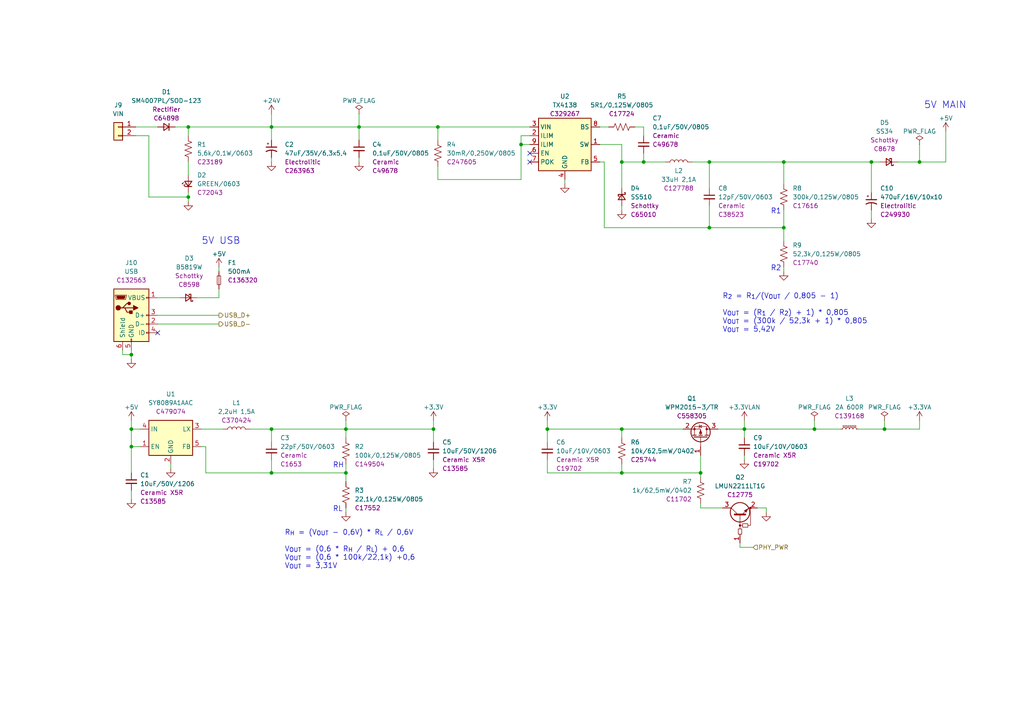
<source format=kicad_sch>
(kicad_sch (version 20230121) (generator eeschema)
  (paper "A4")
  (title_block (title "ESP 32x 24VDC Input 32x 24VDC Output Module") (date "2023-05-04") (rev "V1"))
  (lib_symbols
    (symbol "Connector:USB_B_Micro" (pin_names (offset 1.016))
      (property "Reference" "J" (at -5.08 11.43 0))
      (property "Value" "USB_B_Micro" (at -5.08 8.89 0))
      (symbol "USB_B_Micro_0_1"
        (rectangle (start -5.08 -7.62) (end 5.08 7.62) (stroke (width 0.254)) (fill (type background)))
        (circle (center -3.81 2.159) (radius 0.635) (stroke (width 0.254)) (fill (type outline)))
        (circle (center -0.635 3.429) (radius 0.381) (stroke (width 0.254)) (fill (type outline)))
        (rectangle (start -0.127 -7.62) (end 0.127 -6.858))
        (polyline (pts (xy -1.905 2.159) (xy 0.635 2.159)) (stroke (width 0.254)))
        (polyline (pts (xy -3.175 2.159) (xy -2.54 2.159) (xy -1.27 3.429) (xy -0.635 3.429)) (stroke (width 0.254)))
        (polyline (pts (xy -2.54 2.159) (xy -1.905 2.159) (xy -1.27 0.889) (xy 0 0.889)) (stroke (width 0.254)))
        (polyline (pts (xy 0.635 2.794) (xy 0.635 1.524) (xy 1.905 2.159) (xy 0.635 2.794)) (stroke (width 0.254)) (fill (type outline)))
        (polyline (pts (xy -4.318 5.588) (xy -1.778 5.588) (xy -2.032 4.826) (xy -4.064 4.826) (xy -4.318 5.588)) (fill (type outline)))
        (polyline (pts (xy -4.699 5.842) (xy -4.699 5.588) (xy -4.445 4.826) (xy -4.445 4.572) (xy -1.651 4.572) (xy -1.651 4.826) (xy -1.397 5.588) (xy -1.397 5.842) (xy -4.699 5.842)))
        (rectangle (start 0.254 1.27) (end -0.508 0.508) (stroke (width 0.254)) (fill (type outline)))
        (rectangle (start 5.08 -5.207) (end 4.318 -4.953))
        (rectangle (start 5.08 -2.667) (end 4.318 -2.413))
        (rectangle (start 5.08 -0.127) (end 4.318 0.127))
        (rectangle (start 5.08 4.953) (end 4.318 5.207))
      )
      (symbol "USB_B_Micro_1_1"
        (pin power_out line (at 7.62 5.08 180) (length 2.54) (name "VBUS") (number "1"))
        (pin bidirectional line (at 7.62 -2.54 180) (length 2.54) (name "D-") (number "2"))
        (pin bidirectional line (at 7.62 0 180) (length 2.54) (name "D+") (number "3"))
        (pin passive line (at 7.62 -5.08 180) (length 2.54) (name "ID") (number "4"))
        (pin power_out line (at 0 -10.16 90) (length 2.54) (name "GND") (number "5"))
        (pin passive line (at -2.54 -10.16 90) (length 2.54) (name "Shield") (number "6"))
      )
    )
    (symbol "Connector_Generic:Conn_01x02" (pin_names (offset 1.016) hide)
      (property "Reference" "J" (at 0 2.54 0))
      (property "Value" "Conn_01x02" (at 0 -5.08 0))
      (symbol "Conn_01x02_1_1"
        (rectangle (start -1.27 -2.413) (end 0 -2.667) (stroke (width 0.1524)))
        (rectangle (start -1.27 0.127) (end 0 -0.127) (stroke (width 0.1524)))
        (rectangle (start -1.27 1.27) (end 1.27 -3.81) (stroke (width 0.254)) (fill (type background)))
        (pin passive line (at -5.08 0 0) (length 3.81) (name "Pin_1") (number "1"))
        (pin passive line (at -5.08 -2.54 0) (length 3.81) (name "Pin_2") (number "2"))
      )
    )
    (symbol "Device:C_Polarized_Small_US" (pin_numbers hide) (pin_names (offset 0.254) hide)
      (property "Reference" "C" (at 0.254 1.778 0))
      (property "Value" "C_Polarized_Small_US" (at 0.254 -2.032 0))
      (symbol "C_Polarized_Small_US_0_1"
        (polyline (pts (xy -1.524 0.508) (xy 1.524 0.508)) (stroke (width 0.3048)))
        (polyline (pts (xy -1.27 1.524) (xy -0.762 1.524)))
        (polyline (pts (xy -1.016 1.27) (xy -1.016 1.778)))
        (arc (start 1.524 -0.762) (mid 0 -0.3734) (end -1.524 -0.762) (stroke (width 0.3048)))
      )
      (symbol "C_Polarized_Small_US_1_1"
        (pin passive line (at 0 2.54 270) (length 2.032) (name "~") (number "1"))
        (pin passive line (at 0 -2.54 90) (length 2.032) (name "~") (number "2"))
      )
    )
    (symbol "Device:C_Small" (pin_numbers hide) (pin_names (offset 0.254) hide)
      (property "Reference" "C" (at 0.254 1.778 0))
      (property "Value" "C_Small" (at 0.254 -2.032 0))
      (symbol "C_Small_0_1"
        (polyline (pts (xy -1.524 -0.508) (xy 1.524 -0.508)) (stroke (width 0.3302)))
        (polyline (pts (xy -1.524 0.508) (xy 1.524 0.508)) (stroke (width 0.3048)))
      )
      (symbol "C_Small_1_1"
        (pin passive line (at 0 2.54 270) (length 2.032) (name "~") (number "1"))
        (pin passive line (at 0 -2.54 90) (length 2.032) (name "~") (number "2"))
      )
    )
    (symbol "Device:D_Schottky_Small" (pin_numbers hide) (pin_names (offset 0.254) hide)
      (property "Reference" "D" (at -1.27 2.032 0))
      (property "Value" "D_Schottky_Small" (at -7.112 -2.032 0))
      (symbol "D_Schottky_Small_0_1"
        (polyline (pts (xy -0.762 0) (xy 0.762 0)))
        (polyline (pts (xy 0.762 -1.016) (xy -0.762 0) (xy 0.762 1.016) (xy 0.762 -1.016)) (stroke (width 0.254)))
        (polyline (pts (xy -1.27 0.762) (xy -1.27 1.016) (xy -0.762 1.016) (xy -0.762 -1.016) (xy -0.254 -1.016) (xy -0.254 -0.762)) (stroke (width 0.254)))
      )
      (symbol "D_Schottky_Small_1_1"
        (pin passive line (at -2.54 0 0) (length 1.778) (name "K") (number "1"))
        (pin passive line (at 2.54 0 180) (length 1.778) (name "A") (number "2"))
      )
    )
    (symbol "Device:D_Small" (pin_numbers hide) (pin_names (offset 0.254) hide)
      (property "Reference" "D" (at -1.27 2.032 0))
      (property "Value" "D_Small" (at -3.81 -2.032 0))
      (symbol "D_Small_0_1"
        (polyline (pts (xy -0.762 -1.016) (xy -0.762 1.016)) (stroke (width 0.254)))
        (polyline (pts (xy -0.762 0) (xy 0.762 0)))
        (polyline (pts (xy 0.762 -1.016) (xy -0.762 0) (xy 0.762 1.016) (xy 0.762 -1.016)) (stroke (width 0.254)))
      )
      (symbol "D_Small_1_1"
        (pin passive line (at -2.54 0 0) (length 1.778) (name "K") (number "1"))
        (pin passive line (at 2.54 0 180) (length 1.778) (name "A") (number "2"))
      )
    )
    (symbol "Device:Fuse_Small" (pin_numbers hide) (pin_names (offset 0.254) hide)
      (property "Reference" "F" (at 0 -1.524 0))
      (property "Value" "Fuse_Small" (at 0 1.524 0))
      (symbol "Fuse_Small_0_1"
        (rectangle (start -1.27 0.508) (end 1.27 -0.508))
        (polyline (pts (xy -1.27 0) (xy 1.27 0)))
      )
      (symbol "Fuse_Small_1_1"
        (pin passive line (at -2.54 0 0) (length 1.27) (name "~") (number "1"))
        (pin passive line (at 2.54 0 180) (length 1.27) (name "~") (number "2"))
      )
    )
    (symbol "Device:L" (pin_numbers hide) (pin_names (offset 1.016) hide)
      (property "Reference" "L" (at -1.27 0 90))
      (property "Value" "L" (at 1.905 0 90))
      (symbol "L_0_1"
        (arc (start 0 -2.54) (mid 0.6323 -1.905) (end 0 -1.27))
        (arc (start 0 -1.27) (mid 0.6323 -0.635) (end 0 0))
        (arc (start 0 0) (mid 0.6323 0.635) (end 0 1.27))
        (arc (start 0 1.27) (mid 0.6323 1.905) (end 0 2.54))
      )
      (symbol "L_1_1"
        (pin passive line (at 0 3.81 270) (length 1.27) (name "1") (number "1"))
        (pin passive line (at 0 -3.81 90) (length 1.27) (name "2") (number "2"))
      )
    )
    (symbol "Device:LED_Small" (pin_numbers hide) (pin_names (offset 0.254) hide)
      (property "Reference" "D" (at -1.27 3.175 0))
      (property "Value" "LED_Small" (at -4.445 -2.54 0))
      (symbol "LED_Small_0_1"
        (polyline (pts (xy -0.762 -1.016) (xy -0.762 1.016)) (stroke (width 0.254)))
        (polyline (pts (xy 1.016 0) (xy -0.762 0)))
        (polyline (pts (xy 0.762 -1.016) (xy -0.762 0) (xy 0.762 1.016) (xy 0.762 -1.016)) (stroke (width 0.254)))
        (polyline (pts (xy 0 0.762) (xy -0.508 1.27) (xy -0.254 1.27) (xy -0.508 1.27) (xy -0.508 1.016)))
        (polyline (pts (xy 0.508 1.27) (xy 0 1.778) (xy 0.254 1.778) (xy 0 1.778) (xy 0 1.524)))
      )
      (symbol "LED_Small_1_1"
        (pin passive line (at -2.54 0 0) (length 1.778) (name "K") (number "1"))
        (pin passive line (at 2.54 0 180) (length 1.778) (name "A") (number "2"))
      )
    )
    (symbol "Device:L_Ferrite_Small" (pin_numbers hide) (pin_names (offset 0.254) hide)
      (property "Reference" "L" (at 1.27 1.016 0))
      (property "Value" "L_Ferrite_Small" (at 1.27 -1.27 0))
      (symbol "L_Ferrite_Small_0_1"
        (arc (start 0 -2.032) (mid 0.5058 -1.524) (end 0 -1.016))
        (arc (start 0 -1.016) (mid 0.5058 -0.508) (end 0 0))
        (polyline (pts (xy 0.762 -1.905) (xy 0.762 -1.651)))
        (polyline (pts (xy 0.762 -1.397) (xy 0.762 -1.143)))
        (polyline (pts (xy 0.762 -0.889) (xy 0.762 -0.635)))
        (polyline (pts (xy 0.762 -0.381) (xy 0.762 -0.127)))
        (polyline (pts (xy 0.762 0.127) (xy 0.762 0.381)))
        (polyline (pts (xy 0.762 0.635) (xy 0.762 0.889)))
        (polyline (pts (xy 0.762 1.143) (xy 0.762 1.397)))
        (polyline (pts (xy 0.762 1.651) (xy 0.762 1.905)))
        (polyline (pts (xy 1.016 -1.651) (xy 1.016 -1.905)))
        (polyline (pts (xy 1.016 -1.143) (xy 1.016 -1.397)))
        (polyline (pts (xy 1.016 -0.635) (xy 1.016 -0.889)))
        (polyline (pts (xy 1.016 -0.127) (xy 1.016 -0.381)))
        (polyline (pts (xy 1.016 0.381) (xy 1.016 0.127)))
        (polyline (pts (xy 1.016 0.889) (xy 1.016 0.635)))
        (polyline (pts (xy 1.016 1.397) (xy 1.016 1.143)))
        (polyline (pts (xy 1.016 1.905) (xy 1.016 1.651)))
        (arc (start 0 0) (mid 0.5058 0.508) (end 0 1.016))
        (arc (start 0 1.016) (mid 0.5058 1.524) (end 0 2.032))
      )
      (symbol "L_Ferrite_Small_1_1"
        (pin passive line (at 0 2.54 270) (length 0.508) (name "~") (number "1"))
        (pin passive line (at 0 -2.54 90) (length 0.508) (name "~") (number "2"))
      )
    )
    (symbol "Device:Q_NPN_BEC_BRT" (pin_names hide)
      (property "Reference" "Q" (at 3.81 1.27 0))
      (property "Value" "Q_NPN_BEC_BRT" (at 3.81 -1.27 0))
      (symbol "Q_NPN_BEC_BRT_0_1"
        (rectangle (start -6.35 0.508) (end -4.826 -0.508))
        (rectangle (start -4.318 -2.286) (end -3.302 -0.762))
        (circle (center -3.81 0) (radius 0.254) (fill (type outline)))
        (polyline (pts (xy -3.81 -0.762) (xy -3.81 0)))
        (polyline (pts (xy -0.762 0) (xy -4.826 0)))
        (polyline (pts (xy -0.635 1.524) (xy -0.635 -1.524)) (stroke (width 0.508)))
        (polyline (pts (xy -3.81 -2.286) (xy -3.81 -3.048) (xy 1.27 -3.048)))
        (circle (center 1.27 -3.048) (radius 0.254) (fill (type outline)))
      )
      (symbol "Q_NPN_BEC_BRT_1_1"
        (polyline (pts (xy -0.635 0.635) (xy 1.27 2.54)))
        (polyline (pts (xy -0.635 -0.635) (xy 1.27 -2.54) (xy 1.27 -2.54)))
        (polyline (pts (xy 0 -1.778) (xy 0.508 -1.27) (xy 1.016 -2.286) (xy 0 -1.778) (xy 0 -1.778)) (fill (type outline)))
        (circle (center 0 0) (radius 2.8194) (stroke (width 0.254)))
        (pin input line (at -8.89 0 0) (length 2.54) (name "B") (number "1"))
        (pin passive line (at 1.27 -5.08 90) (length 2.54) (name "E") (number "2"))
        (pin passive line (at 1.27 5.08 270) (length 2.54) (name "C") (number "3"))
      )
    )
    (symbol "Device:Q_PMOS_GSD" (pin_names (offset 0) hide)
      (property "Reference" "Q" (at 5.08 1.27 0))
      (property "Value" "Q_PMOS_GSD" (at 5.08 -1.27 0))
      (symbol "Q_PMOS_GSD_0_1"
        (polyline (pts (xy 0.254 0) (xy -2.54 0)))
        (polyline (pts (xy 0.254 1.905) (xy 0.254 -1.905)) (stroke (width 0.254)))
        (polyline (pts (xy 0.762 -1.27) (xy 0.762 -2.286)) (stroke (width 0.254)))
        (polyline (pts (xy 0.762 0.508) (xy 0.762 -0.508)) (stroke (width 0.254)))
        (polyline (pts (xy 0.762 2.286) (xy 0.762 1.27)) (stroke (width 0.254)))
        (polyline (pts (xy 2.54 2.54) (xy 2.54 1.778)))
        (polyline (pts (xy 2.54 -2.54) (xy 2.54 0) (xy 0.762 0)))
        (polyline (pts (xy 0.762 1.778) (xy 3.302 1.778) (xy 3.302 -1.778) (xy 0.762 -1.778)))
        (polyline (pts (xy 2.286 0) (xy 1.27 0.381) (xy 1.27 -0.381) (xy 2.286 0)) (fill (type outline)))
        (polyline (pts (xy 2.794 -0.508) (xy 2.921 -0.381) (xy 3.683 -0.381) (xy 3.81 -0.254)))
        (polyline (pts (xy 3.302 -0.381) (xy 2.921 0.254) (xy 3.683 0.254) (xy 3.302 -0.381)))
        (circle (center 1.651 0) (radius 2.794) (stroke (width 0.254)))
        (circle (center 2.54 -1.778) (radius 0.254) (fill (type outline)))
        (circle (center 2.54 1.778) (radius 0.254) (fill (type outline)))
      )
      (symbol "Q_PMOS_GSD_1_1"
        (pin input line (at -5.08 0 0) (length 2.54) (name "G") (number "1"))
        (pin passive line (at 2.54 -5.08 90) (length 2.54) (name "S") (number "2"))
        (pin passive line (at 2.54 5.08 270) (length 2.54) (name "D") (number "3"))
      )
    )
    (symbol "Device:R_US" (pin_numbers hide) (pin_names (offset 0))
      (property "Reference" "R" (at 2.54 0 90))
      (property "Value" "R_US" (at -2.54 0 90))
      (symbol "R_US_0_1"
        (polyline (pts (xy 0 -2.286) (xy 0 -2.54)))
        (polyline (pts (xy 0 2.286) (xy 0 2.54)))
        (polyline (pts (xy 0 -0.762) (xy 1.016 -1.143) (xy 0 -1.524) (xy -1.016 -1.905) (xy 0 -2.286)))
        (polyline (pts (xy 0 0.762) (xy 1.016 0.381) (xy 0 0) (xy -1.016 -0.381) (xy 0 -0.762)))
        (polyline (pts (xy 0 2.286) (xy 1.016 1.905) (xy 0 1.524) (xy -1.016 1.143) (xy 0 0.762)))
      )
      (symbol "R_US_1_1"
        (pin passive line (at 0 3.81 270) (length 1.27) (name "~") (number "1"))
        (pin passive line (at 0 -3.81 90) (length 1.27) (name "~") (number "2"))
      )
    )
    (symbol "Tales:+3.3V" (power) (pin_names (offset 0))
      (property "Value" "+3.3V" (at 0 3.556 0))
      (symbol "+3.3V_0_1"
        (polyline (pts (xy -0.762 1.27) (xy 0 2.54)))
        (polyline (pts (xy 0 0) (xy 0 2.54)))
        (polyline (pts (xy 0 2.54) (xy 0.762 1.27)))
      )
      (symbol "+3.3V_1_1"
        (pin power_in line (at 0 0 90) (length 0) hide (name "+3.3V") (number "1"))
      )
    )
    (symbol "Tales:+3.3VLAN" (power) (pin_names (offset 0))
      (property "Value" "+3.3VLAN" (at 0 3.556 0))
      (symbol "+3.3VLAN_0_1"
        (polyline (pts (xy -0.762 1.27) (xy 0 2.54)))
        (polyline (pts (xy 0 0) (xy 0 2.54)))
        (polyline (pts (xy 0 2.54) (xy 0.762 1.27)))
      )
      (symbol "+3.3VLAN_1_1"
        (pin power_in line (at 0 0 90) (length 0) hide (name "+3.3VLAN") (number "1"))
      )
    )
    (symbol "Tales:SY8089AAAC"
      (property "Reference" "U" (at 0 10.16 0))
      (property "Value" "SY8089AAAC" (at 0 7.62 0))
      (symbol "SY8089AAAC_0_1"
        (rectangle (start -6.35 5.08) (end 6.35 -5.08) (stroke (width 0.254)) (fill (type background)))
      )
      (symbol "SY8089AAAC_1_1"
        (pin input line (at -8.89 -2.54 0) (length 2.54) (name "EN") (number "1"))
        (pin power_in line (at 0 -7.62 90) (length 2.54) (name "GND") (number "2"))
        (pin power_out line (at 8.89 2.54 180) (length 2.54) (name "LX") (number "3"))
        (pin power_in line (at -8.89 2.54 0) (length 2.54) (name "IN") (number "4"))
        (pin input line (at 8.89 -2.54 180) (length 2.54) (name "FB") (number "5"))
      )
    )
    (symbol "Tales:TX4138"
      (property "Reference" "U" (at 0 12.7 0))
      (property "Value" "TX4138" (at 0 10.16 0))
      (symbol "TX4138_0_1"
        (rectangle (start -7.62 7.62) (end 7.62 -7.62) (stroke (width 0.254)) (fill (type background)))
      )
      (symbol "TX4138_1_1"
        (pin power_out line (at 10.16 0 180) (length 2.54) (name "SW") (number "1"))
        (pin input line (at -10.16 2.54 0) (length 2.54) (name "ILIM") (number "2"))
        (pin power_in line (at -10.16 5.08 0) (length 2.54) (name "VIN") (number "3"))
        (pin power_in line (at 0 -10.16 90) (length 2.54) (name "GND") (number "4"))
        (pin input line (at 10.16 -5.08 180) (length 2.54) (name "FB") (number "5"))
        (pin input line (at -10.16 -2.54 0) (length 2.54) (name "EN") (number "6"))
        (pin output line (at -10.16 -5.08 0) (length 2.54) (name "POK") (number "7"))
        (pin output line (at 10.16 5.08 180) (length 2.54) (name "BS") (number "8"))
        (pin input line (at -10.16 0 0) (length 2.54) (name "ILIM") (number "9"))
      )
    )
    (symbol "power:+24V" (power) (pin_names (offset 0))
      (property "Value" "+24V" (at 0 3.556 0))
      (symbol "+24V_0_1"
        (polyline (pts (xy -0.762 1.27) (xy 0 2.54)))
        (polyline (pts (xy 0 0) (xy 0 2.54)))
        (polyline (pts (xy 0 2.54) (xy 0.762 1.27)))
      )
      (symbol "+24V_1_1"
        (pin power_in line (at 0 0 90) (length 0) hide (name "+24V") (number "1"))
      )
    )
    (symbol "power:+3.3VA" (power) (pin_names (offset 0))
      (property "Value" "+3.3VA" (at 0 3.556 0))
      (symbol "+3.3VA_0_1"
        (polyline (pts (xy -0.762 1.27) (xy 0 2.54)))
        (polyline (pts (xy 0 0) (xy 0 2.54)))
        (polyline (pts (xy 0 2.54) (xy 0.762 1.27)))
      )
      (symbol "+3.3VA_1_1"
        (pin power_in line (at 0 0 90) (length 0) hide (name "+3.3VA") (number "1"))
      )
    )
    (symbol "power:+5V" (power) (pin_names (offset 0))
      (property "Value" "+5V" (at 0 3.556 0))
      (symbol "+5V_0_1"
        (polyline (pts (xy -0.762 1.27) (xy 0 2.54)))
        (polyline (pts (xy 0 0) (xy 0 2.54)))
        (polyline (pts (xy 0 2.54) (xy 0.762 1.27)))
      )
      (symbol "+5V_1_1"
        (pin power_in line (at 0 0 90) (length 0) hide (name "+5V") (number "1"))
      )
    )
    (symbol "power:GND" (power) (pin_names (offset 0))
      (property "Value" "GND" (at 0 -3.81 0))
      (symbol "GND_0_1"
        (polyline (pts (xy 0 0) (xy 0 -1.27) (xy 1.27 -1.27) (xy 0 -2.54) (xy -1.27 -1.27) (xy 0 -1.27)))
      )
      (symbol "GND_1_1"
        (pin power_in line (at 0 0 270) (length 0) hide (name "GND") (number "1"))
      )
    )
    (symbol "power:PWR_FLAG" (power) (pin_numbers hide) (pin_names (offset 0) hide)
      (property "Value" "PWR_FLAG" (at 0 3.81 0))
      (symbol "PWR_FLAG_0_0"
        (pin power_out line (at 0 0 90) (length 0) (name "pwr") (number "1"))
      )
      (symbol "PWR_FLAG_0_1"
        (polyline (pts (xy 0 0) (xy 0 1.27) (xy -1.016 1.905) (xy 0 2.54) (xy 1.016 1.905) (xy 0 1.27)))
      )
    )
  )
  (junction (at 180.34 46.99))
  (junction (at 180.34 124.46))
  (junction (at 151.13 41.91))
  (junction (at 125.73 124.46))
  (junction (at 205.74 66.04))
  (junction (at 266.7 46.99))
  (junction (at 54.61 36.83))
  (junction (at 256.54 124.46))
  (junction (at 127 36.83))
  (junction (at 180.34 137.16))
  (junction (at 236.22 124.46))
  (junction (at 104.14 36.83))
  (junction (at 78.74 137.16))
  (junction (at 227.33 66.04))
  (junction (at 38.1 129.54))
  (junction (at 186.69 46.99))
  (junction (at 252.73 46.99))
  (junction (at 215.9 124.46))
  (junction (at 205.74 46.99))
  (junction (at 38.1 124.46))
  (junction (at 54.61 57.15))
  (junction (at 158.75 124.46))
  (junction (at 78.74 36.83))
  (junction (at 203.2 137.16))
  (junction (at 100.33 124.46))
  (junction (at 78.74 124.46))
  (junction (at 38.1 102.87))
  (junction (at 100.33 137.16))
  (junction (at 227.33 46.99))
  (no_connect (at 153.67 46.99))
  (no_connect (at 153.67 44.45))
  (no_connect (at 45.72 96.52))
  (wire (pts (xy 227.33 46.99) (xy 252.73 46.99)))
  (wire (pts (xy 252.73 46.99) (xy 255.27 46.99)))
  (wire (pts (xy 180.34 46.99) (xy 180.34 54.61)))
  (wire (pts (xy 78.74 133.35) (xy 78.74 137.16)))
  (wire (pts (xy 127 36.83) (xy 153.67 36.83)))
  (wire (pts (xy 125.73 128.27) (xy 125.73 124.46)))
  (wire (pts (xy 227.33 46.99) (xy 227.33 53.34)))
  (wire (pts (xy 180.34 41.91) (xy 180.34 46.99)))
  (wire (pts (xy 125.73 133.35) (xy 125.73 135.89)))
  (wire (pts (xy 203.2 137.16) (xy 203.2 138.43)))
  (wire (pts (xy 54.61 55.88) (xy 54.61 57.15)))
  (wire (pts (xy 203.2 132.08) (xy 203.2 137.16)))
  (wire (pts (xy 100.33 124.46) (xy 100.33 127)))
  (wire (pts (xy 39.37 36.83) (xy 45.72 36.83)))
  (wire (pts (xy 227.33 60.96) (xy 227.33 66.04)))
  (wire (pts (xy 49.53 134.62) (xy 49.53 135.89)))
  (wire (pts (xy 127 52.07) (xy 151.13 52.07)))
  (wire (pts (xy 158.75 133.35) (xy 158.75 137.16)))
  (wire (pts (xy 38.1 142.24) (xy 38.1 144.78)))
  (wire (pts (xy 104.14 36.83) (xy 127 36.83)))
  (wire (pts (xy 100.33 134.62) (xy 100.33 137.16)))
  (wire (pts (xy 38.1 124.46) (xy 40.64 124.46)))
  (wire (pts (xy 78.74 124.46) (xy 100.33 124.46)))
  (wire (pts (xy 78.74 36.83) (xy 78.74 40.64)))
  (wire (pts (xy 78.74 33.02) (xy 78.74 36.83)))
  (wire (pts (xy 100.33 147.32) (xy 100.33 148.59)))
  (wire (pts (xy 45.72 91.44) (xy 63.5 91.44)))
  (wire (pts (xy 54.61 36.83) (xy 78.74 36.83)))
  (wire (pts (xy 205.74 66.04) (xy 205.74 59.69)))
  (wire (pts (xy 54.61 36.83) (xy 54.61 39.37)))
  (wire (pts (xy 72.39 124.46) (xy 78.74 124.46)))
  (wire (pts (xy 266.7 46.99) (xy 274.32 46.99)))
  (wire (pts (xy 222.25 147.32) (xy 222.25 148.59)))
  (wire (pts (xy 158.75 121.92) (xy 158.75 124.46)))
  (wire (pts (xy 274.32 46.99) (xy 274.32 38.1)))
  (wire (pts (xy 45.72 86.36) (xy 52.07 86.36)))
  (wire (pts (xy 100.33 137.16) (xy 100.33 139.7)))
  (wire (pts (xy 127 48.26) (xy 127 52.07)))
  (wire (pts (xy 222.25 147.32) (xy 219.71 147.32)))
  (wire (pts (xy 38.1 101.6) (xy 38.1 102.87)))
  (wire (pts (xy 173.99 46.99) (xy 175.26 46.99)))
  (wire (pts (xy 151.13 52.07) (xy 151.13 41.91)))
  (wire (pts (xy 256.54 124.46) (xy 248.92 124.46)))
  (wire (pts (xy 78.74 137.16) (xy 100.33 137.16)))
  (wire (pts (xy 38.1 129.54) (xy 38.1 137.16)))
  (wire (pts (xy 215.9 124.46) (xy 215.9 127)))
  (wire (pts (xy 200.66 46.99) (xy 205.74 46.99)))
  (wire (pts (xy 78.74 45.72) (xy 78.74 46.99)))
  (wire (pts (xy 227.33 66.04) (xy 227.33 69.85)))
  (wire (pts (xy 198.12 124.46) (xy 180.34 124.46)))
  (wire (pts (xy 38.1 121.92) (xy 38.1 124.46)))
  (wire (pts (xy 57.15 86.36) (xy 63.5 86.36)))
  (wire (pts (xy 208.28 124.46) (xy 215.9 124.46)))
  (wire (pts (xy 180.34 134.62) (xy 180.34 137.16)))
  (wire (pts (xy 158.75 137.16) (xy 180.34 137.16)))
  (wire (pts (xy 100.33 121.92) (xy 100.33 124.46)))
  (wire (pts (xy 59.69 137.16) (xy 78.74 137.16)))
  (wire (pts (xy 151.13 41.91) (xy 151.13 39.37)))
  (wire (pts (xy 205.74 46.99) (xy 205.74 54.61)))
  (wire (pts (xy 38.1 102.87) (xy 38.1 104.14)))
  (wire (pts (xy 158.75 124.46) (xy 180.34 124.46)))
  (wire (pts (xy 78.74 36.83) (xy 104.14 36.83)))
  (wire (pts (xy 173.99 36.83) (xy 176.53 36.83)))
  (wire (pts (xy 54.61 46.99) (xy 54.61 50.8)))
  (wire (pts (xy 38.1 124.46) (xy 38.1 129.54)))
  (wire (pts (xy 50.8 36.83) (xy 54.61 36.83)))
  (wire (pts (xy 127 36.83) (xy 127 40.64)))
  (wire (pts (xy 203.2 147.32) (xy 209.55 147.32)))
  (wire (pts (xy 104.14 36.83) (xy 104.14 40.64)))
  (wire (pts (xy 214.63 158.75) (xy 218.44 158.75)))
  (wire (pts (xy 186.69 44.45) (xy 186.69 46.99)))
  (wire (pts (xy 35.56 101.6) (xy 35.56 102.87)))
  (wire (pts (xy 186.69 36.83) (xy 186.69 39.37)))
  (wire (pts (xy 39.37 39.37) (xy 43.18 39.37)))
  (wire (pts (xy 215.9 124.46) (xy 236.22 124.46)))
  (wire (pts (xy 180.34 60.96) (xy 180.34 59.69)))
  (wire (pts (xy 163.83 52.07) (xy 163.83 53.34)))
  (wire (pts (xy 125.73 124.46) (xy 100.33 124.46)))
  (wire (pts (xy 184.15 36.83) (xy 186.69 36.83)))
  (wire (pts (xy 43.18 39.37) (xy 43.18 57.15)))
  (wire (pts (xy 175.26 66.04) (xy 205.74 66.04)))
  (wire (pts (xy 256.54 121.92) (xy 256.54 124.46)))
  (wire (pts (xy 151.13 41.91) (xy 153.67 41.91)))
  (wire (pts (xy 252.73 55.88) (xy 252.73 46.99)))
  (wire (pts (xy 38.1 129.54) (xy 40.64 129.54)))
  (wire (pts (xy 266.7 124.46) (xy 256.54 124.46)))
  (wire (pts (xy 205.74 66.04) (xy 227.33 66.04)))
  (wire (pts (xy 59.69 129.54) (xy 59.69 137.16)))
  (wire (pts (xy 227.33 77.47) (xy 227.33 78.74)))
  (wire (pts (xy 158.75 128.27) (xy 158.75 124.46)))
  (wire (pts (xy 180.34 137.16) (xy 203.2 137.16)))
  (wire (pts (xy 173.99 41.91) (xy 180.34 41.91)))
  (wire (pts (xy 175.26 46.99) (xy 175.26 66.04)))
  (wire (pts (xy 215.9 121.92) (xy 215.9 124.46)))
  (wire (pts (xy 214.63 157.48) (xy 214.63 158.75)))
  (wire (pts (xy 104.14 45.72) (xy 104.14 46.99)))
  (wire (pts (xy 45.72 93.98) (xy 63.5 93.98)))
  (wire (pts (xy 63.5 83.82) (xy 63.5 86.36)))
  (wire (pts (xy 125.73 121.92) (xy 125.73 124.46)))
  (wire (pts (xy 104.14 33.02) (xy 104.14 36.83)))
  (wire (pts (xy 236.22 121.92) (xy 236.22 124.46)))
  (wire (pts (xy 180.34 124.46) (xy 180.34 127)))
  (wire (pts (xy 243.84 124.46) (xy 236.22 124.46)))
  (wire (pts (xy 58.42 124.46) (xy 64.77 124.46)))
  (wire (pts (xy 54.61 57.15) (xy 54.61 58.42)))
  (wire (pts (xy 63.5 77.47) (xy 63.5 78.74)))
  (wire (pts (xy 252.73 60.96) (xy 252.73 63.5)))
  (wire (pts (xy 203.2 146.05) (xy 203.2 147.32)))
  (wire (pts (xy 266.7 124.46) (xy 266.7 121.92)))
  (wire (pts (xy 215.9 132.08) (xy 215.9 133.35)))
  (wire (pts (xy 186.69 46.99) (xy 193.04 46.99)))
  (wire (pts (xy 58.42 129.54) (xy 59.69 129.54)))
  (wire (pts (xy 260.35 46.99) (xy 266.7 46.99)))
  (wire (pts (xy 151.13 39.37) (xy 153.67 39.37)))
  (wire (pts (xy 180.34 46.99) (xy 186.69 46.99)))
  (wire (pts (xy 266.7 41.91) (xy 266.7 46.99)))
  (wire (pts (xy 43.18 57.15) (xy 54.61 57.15)))
  (wire (pts (xy 78.74 124.46) (xy 78.74 128.27)))
  (wire (pts (xy 35.56 102.87) (xy 38.1 102.87)))
  (wire (pts (xy 227.33 46.99) (xy 205.74 46.99)))
  (text "5V MAIN" (at 267.97 31.75 0) (effects (font (size 2 2)) (justify left bottom)))
  (text "R_{H} = (V_{OUT} - 0,6V) * R_{L} / 0,6V\n\nV_{OUT} = (0,6 * R_{H} / R_{L}) + 0,6\nV_{OUT} = (0,6 * 100k/22,1k) +0,6\nV_{OUT} = 3,31V" (at 82.55 165.1 0) (effects (font (size 1.5 1.5)) (justify left bottom)))
  (text "R1" (at 223.52 62.23 0) (effects (font (size 1.5 1.5)) (justify left bottom)))
  (text "RL" (at 96.52 148.59 0) (effects (font (size 1.5 1.5)) (justify left bottom)))
  (text "R_{2} = R_{1}/(V_{OUT} / 0,805 - 1)\n\nV_{OUT} = (R_{1} / R_{2}) + 1) * 0,805\nV_{OUT} = (300k / 52,3k + 1) * 0,805\nV_{OUT} = 5,42V" (at 209.55 96.52 0) (effects (font (size 1.5 1.5)) (justify left bottom)))
  (text "5V USB" (at 58.42 71.12 0) (effects (font (size 2 2)) (justify left bottom)))
  (text "RH" (at 96.52 135.89 0) (effects (font (size 1.5 1.5)) (justify left bottom)))
  (text "R2" (at 223.52 78.74 0) (effects (font (size 1.5 1.5)) (justify left bottom)))
  (hierarchical_label "USB_D-" (shape output) (at 63.5 93.98 0))
  (hierarchical_label "PHY_PWR" (shape input) (at 218.44 158.75 0))
  (hierarchical_label "USB_D+" (shape output) (at 63.5 91.44 0))
  (symbol (lib_id "Device:C_Small") (at 186.69 41.91 0) (unit 1)
    (property "Reference" "C7" (at 189.23 34.29 0) (effects (justify left)))
    (property "Value" "0,1uF/50V/0805" (at 189.23 36.83 0) (effects (justify left)))
    (property "Footprint" "Tales:C_0805_2012Metric" (effects hide))
    (property "Technology" "Ceramic" (at 189.23 39.37 0) (effects (justify left)))
    (property "Case" "0805/2012" (effects hide))
    (property "Mfr" "Yageo" (effects hide))
    (property "Mfr PN" "CC0805KRX7R9BB104" (effects hide))
    (property "Vendor" "JLCPCB" (effects hide))
    (property "Vendor PN" "C49678" (effects hide))
    (property "LCSC Part #" "C49678" (at 189.23 41.91 0) (effects (justify left)))
    (property "JLCPCB BOM" "1" (effects hide))
  )
  (symbol (lib_id "Device:R_US") (at 227.33 57.15 0) (unit 1)
    (property "Reference" "R8" (at 229.87 54.61 0) (effects (justify left)))
    (property "Value" "300k/0,125W/0805" (at 229.87 57.15 0) (effects (justify left)))
    (property "Footprint" "Tales:R_0805_2012Metric" (effects hide))
    (property "Case" "0805/2012" (effects hide))
    (property "JLCPCB BOM" "1" (effects hide))
    (property "LCSC Part #" "C17616" (at 229.87 59.69 0) (effects (justify left)))
    (property "Mfr" "Uniroyal" (effects hide))
    (property "Mfr PN" "0805W8F3003T5E" (effects hide))
    (property "Vendor" "JLCPCB" (effects hide))
    (property "Vendor PN" "C17616" (effects hide))
  )
  (symbol (lib_id "power:+24V") (at 78.74 33.02 0) (unit 1)
    (property "Reference" "#PWR07" (effects hide))
    (property "Value" "+24V" (at 78.74 29.21 0))
  )
  (symbol (lib_id "Device:C_Small") (at 78.74 130.81 0) (unit 1)
    (property "Reference" "C3" (at 81.28 127 0) (effects (justify left)))
    (property "Value" "22pF/50V/0603" (at 81.28 129.54 0) (effects (justify left)))
    (property "Footprint" "Tales:C_0603_1608Metric" (effects hide))
    (property "Case" "0603/1608" (effects hide))
    (property "JLCPCB BOM" "1" (effects hide))
    (property "LCSC Part #" "C1653" (at 81.28 134.62 0) (effects (justify left)))
    (property "Mfr" "Samsung" (effects hide))
    (property "Mfr PN" "CL10C220JB8NNNC" (effects hide))
    (property "Technology" "Ceramic" (at 81.28 132.08 0) (effects (justify left)))
    (property "Vendor" "JLCPCB" (effects hide))
    (property "Vendor PN" "C1653" (effects hide))
  )
  (symbol (lib_id "Device:C_Small") (at 38.1 139.7 0) (unit 1)
    (property "Reference" "C1" (at 40.64 137.795 0) (effects (justify left)))
    (property "Value" "10uF/50V/1206" (at 40.64 140.335 0) (effects (justify left)))
    (property "Footprint" "Tales:C_1206_3216Metric" (effects hide))
    (property "Mfr" "Samsung" (effects hide))
    (property "Mfr PN" "CL31A106KBHNNNE" (effects hide))
    (property "JLCPCB BOM" "1" (effects hide))
    (property "LCSC Part #" "C13585" (at 40.64 145.415 0) (effects (justify left)))
    (property "Technology" "Ceramic X5R" (at 40.64 142.875 0) (effects (justify left)))
    (property "Vendor" "JLCPCB" (effects hide))
    (property "Vendor PN" "C13585" (effects hide))
    (property "Case" "1206/3216" (effects hide))
  )
  (symbol (lib_id "power:GND") (at 100.33 148.59 0) (unit 1)
    (property "Reference" "#PWR09" (effects hide))
    (property "Value" "GNDREF" (effects hide))
  )
  (symbol (lib_id "Device:L") (at 196.85 46.99 90) (unit 1)
    (property "Reference" "L2" (at 196.85 49.53 90))
    (property "Value" "33uH 2,1A" (at 196.85 52.07 90))
    (property "Footprint" "Tales:L_12x12mm_h6mm" (effects hide))
    (property "Case" "12x12" (effects hide))
    (property "JLCPCB BOM" "1" (effects hide))
    (property "LCSC Part #" "C127788" (at 196.85 54.61 90))
    (property "Mfr" "Sunlord" (effects hide))
    (property "Mfr PN" "SWRH1205B-330MT" (effects hide))
    (property "Vendor" "JLCPCB" (effects hide))
    (property "Vendor PN" "C127788" (effects hide))
  )
  (symbol (lib_id "power:+5V") (at 63.5 77.47 0) (unit 1)
    (property "Reference" "#PWR06" (effects hide))
    (property "Value" "+5V" (at 63.5 73.66 0))
  )
  (symbol (lib_id "Tales:SY8089AAAC") (at 49.53 127 0) (unit 1)
    (property "Reference" "U1" (at 49.53 114.3 0))
    (property "Value" "SY8089A1AAC" (at 49.53 116.84 0))
    (property "Footprint" "Tales:TSOT-23-5" (effects hide))
    (property "Case" "SOT-23-5" (effects hide))
    (property "JLCPCB BOM" "1" (effects hide))
    (property "LCSC Part #" "C479074" (at 49.53 119.38 0))
    (property "Mfr" "Silergy" (effects hide))
    (property "Mfr PN" "SY8089A1AAC" (effects hide))
    (property "Vendor" "JLCPCB" (effects hide))
    (property "Vendor PN" "C479074" (effects hide))
  )
  (symbol (lib_id "power:GND") (at 125.73 135.89 0) (unit 1)
    (property "Reference" "#PWR012" (effects hide))
    (property "Value" "GNDREF" (effects hide))
  )
  (symbol (lib_id "power:GND") (at 222.25 148.59 0) (unit 1)
    (property "Reference" "#PWR018" (effects hide))
    (property "Value" "GNDREF" (effects hide))
  )
  (symbol (lib_id "Connector:USB_B_Micro") (at 38.1 91.44 0) (unit 1)
    (property "Reference" "J10" (at 38.1 76.2 0))
    (property "Value" "USB" (at 38.1 78.74 0))
    (property "Footprint" "Tales:USB_Micro-B_Amphenol_10104110_Horizontal" (effects hide))
    (property "JLCPCB BOM" "1" (effects hide))
    (property "LCSC Part #" "C132563" (at 38.1 81.28 0))
    (property "Mfr" "Amphenol" (effects hide))
    (property "Mfr PN" "10118194-0001LF" (effects hide))
    (property "Vendor" "JLCPCB" (effects hide))
    (property "Vendor PN" "C132563" (effects hide))
  )
  (symbol (lib_id "Device:Fuse_Small") (at 63.5 81.28 90) (unit 1)
    (property "Reference" "F1" (at 66.04 76.2 90) (effects (justify right)))
    (property "Value" "500mA" (at 66.04 78.74 90) (effects (justify right)))
    (property "Footprint" "Tales:Fuse_0402_1005Metric" (effects hide))
    (property "JLCPCB BOM" "1" (effects hide))
    (property "LCSC Part #" "C136320" (at 66.04 81.28 90) (effects (justify right)))
    (property "Mfr" "JDT" (effects hide))
    (property "Mfr PN" "JFC0402-0500FS" (effects hide))
    (property "Vendor" "JLCPCB" (effects hide))
    (property "Vendor PN" "C136320" (effects hide))
    (property "Case" "0402" (effects hide))
  )
  (symbol (lib_id "Tales:+3.3VLAN") (at 215.9 121.92 0) (unit 1)
    (property "Reference" "#PWR016" (effects hide))
    (property "Value" "+3.3VLAN" (at 215.9 118.11 0))
  )
  (symbol (lib_id "Device:D_Schottky_Small") (at 257.81 46.99 180) (unit 1)
    (property "Reference" "D5" (at 256.54 35.56 0))
    (property "Value" "SS34" (at 256.54 38.1 0))
    (property "Footprint" "Tales:D_SMA" (effects hide))
    (property "JLCPCB BOM" "1" (effects hide))
    (property "LCSC Part #" "C8678" (at 256.54 43.18 0))
    (property "Mfr" "Microdiode" (effects hide))
    (property "Mfr PN" "SS34" (effects hide))
    (property "Technology" "Schottky" (at 256.54 40.64 0))
    (property "Vendor" "JLCPCB" (effects hide))
    (property "Vendor PN" "C8678" (effects hide))
    (property "Case" "SMA" (effects hide))
  )
  (symbol (lib_id "power:PWR_FLAG") (at 266.7 41.91 0) (unit 1)
    (property "Reference" "#FLG05" (effects hide))
    (property "Value" "PWR_FLAG" (at 266.7 38.1 0))
  )
  (symbol (lib_id "power:+5V") (at 38.1 121.92 0) (unit 1)
    (property "Reference" "#PWR02" (effects hide))
    (property "Value" "+5V" (at 38.1 118.11 0))
  )
  (symbol (lib_id "Device:D_Schottky_Small") (at 180.34 57.15 270) (unit 1)
    (property "Reference" "D4" (at 182.88 54.61 90) (effects (justify left)))
    (property "Value" "SS510" (at 182.88 57.15 90) (effects (justify left)))
    (property "Footprint" "Tales:D_SMA" (effects hide))
    (property "Case" "SMA" (effects hide))
    (property "JLCPCB BOM" "1" (effects hide))
    (property "LCSC Part #" "C65010" (at 182.88 62.23 90) (effects (justify left)))
    (property "Mfr" "Microdiode" (effects hide))
    (property "Mfr PN" "SS510" (effects hide))
    (property "Technology" "Schottky" (at 182.88 59.69 90) (effects (justify left)))
    (property "Vendor" "JLCPCB" (effects hide))
    (property "Vendor PN" "C65010" (effects hide))
  )
  (symbol (lib_id "Device:D_Small") (at 48.26 36.83 180) (unit 1)
    (property "Reference" "D1" (at 48.26 26.67 0))
    (property "Value" "SM4007PL/SOD-123" (at 48.26 29.21 0))
    (property "Footprint" "Tales:D_SOD-123" (effects hide))
    (property "Case" "SOD-123FL" (effects hide))
    (property "Technology" "Rectifier" (at 48.26 31.75 0))
    (property "Mfr" "Microdiode" (effects hide))
    (property "Mfr PN" "SM4007PL" (effects hide))
    (property "Vendor" "JLCPCB" (effects hide))
    (property "Vendor PN" "C64898" (effects hide))
    (property "LCSC Part #" "C64898" (at 48.26 34.29 0))
    (property "JLCPCB BOM" "1" (effects hide))
    (property "Sim.Device" "D" (effects hide))
    (property "Sim.Pins" "1=K 2=A" (effects hide))
  )
  (symbol (lib_id "Device:R_US") (at 180.34 36.83 270) (unit 1)
    (property "Reference" "R5" (at 180.34 27.94 90))
    (property "Value" "5R1/0,125W/0805" (at 180.34 30.48 90))
    (property "Footprint" "Tales:R_0805_2012Metric" (effects hide))
    (property "Case" "0805/2012" (effects hide))
    (property "Mfr" "Uniroyal" (effects hide))
    (property "Mfr PN" "0805W8F510KT5E" (effects hide))
    (property "Vendor" "JLCPCB" (effects hide))
    (property "Vendor PN" "C17724" (effects hide))
    (property "LCSC Part #" "C17724" (at 180.34 33.02 90))
    (property "JLCPCB BOM" "1" (effects hide))
  )
  (symbol (lib_id "power:+3.3VA") (at 266.7 121.92 0) (unit 1)
    (property "Reference" "#PWR021" (effects hide))
    (property "Value" "+3.3VA" (at 266.7 118.11 0))
  )
  (symbol (lib_id "power:PWR_FLAG") (at 104.14 33.02 0) (unit 1)
    (property "Reference" "#FLG02" (effects hide))
    (property "Value" "PWR_FLAG" (at 104.14 29.21 0))
  )
  (symbol (lib_id "Device:D_Schottky_Small") (at 54.61 86.36 180) (unit 1)
    (property "Reference" "D3" (at 54.864 74.93 0))
    (property "Value" "B5819W" (at 54.864 77.47 0))
    (property "Footprint" "Tales:D_SOD-123" (effects hide))
    (property "Technology" "Schottky" (at 54.864 80.01 0))
    (property "Vendor" "JLCPCB" (effects hide))
    (property "Case" "SOD-123" (effects hide))
    (property "JLCPCB BOM" "1" (effects hide))
    (property "LCSC Part #" "C8598" (at 54.864 82.55 0))
    (property "Mfr" "Jiangsu" (effects hide))
    (property "Mfr PN" "B5819W" (effects hide))
    (property "Vendor PN" "C8598" (effects hide))
  )
  (symbol (lib_id "Device:C_Small") (at 125.73 130.81 0) (unit 1)
    (property "Reference" "C5" (at 128.27 128.27 0) (effects (justify left)))
    (property "Value" "10uF/50V/1206" (at 128.27 130.81 0) (effects (justify left)))
    (property "Footprint" "Tales:C_1206_3216Metric" (effects hide))
    (property "Mfr" "Samsung" (effects hide))
    (property "Mfr PN" "CL31A106KBHNNNE" (effects hide))
    (property "JLCPCB BOM" "1" (effects hide))
    (property "LCSC Part #" "C13585" (at 128.27 135.89 0) (effects (justify left)))
    (property "Technology" "Ceramic X5R" (at 128.27 133.35 0) (effects (justify left)))
    (property "Vendor" "JLCPCB" (effects hide))
    (property "Vendor PN" "C13585" (effects hide))
    (property "Case" "1206/3216" (effects hide))
  )
  (symbol (lib_id "power:GND") (at 38.1 144.78 0) (unit 1)
    (property "Reference" "#PWR03" (effects hide))
    (property "Value" "GNDREF" (effects hide))
  )
  (symbol (lib_id "power:GND") (at 215.9 133.35 0) (unit 1)
    (property "Reference" "#PWR017" (effects hide))
    (property "Value" "GNDREF" (effects hide))
  )
  (symbol (lib_id "power:GND") (at 54.61 58.42 0) (unit 1)
    (property "Reference" "#PWR05" (effects hide))
    (property "Value" "GND" (effects hide))
  )
  (symbol (lib_id "Device:LED_Small") (at 54.61 53.34 90) (unit 1)
    (property "Reference" "D2" (at 57.15 50.8 90) (effects (justify right)))
    (property "Value" "GREEN/0603" (at 57.15 53.34 90) (effects (justify right)))
    (property "Footprint" "Tales:LED_0603_1608Metric" (effects hide))
    (property "Case" "0603" (effects hide))
    (property "Mfr" "Everlight" (effects hide))
    (property "Mfr PN" "19-217/GHC-YR1S2/3T" (effects hide))
    (property "Vendor" "JLCPCB" (effects hide))
    (property "Vendor PN" "C72043" (effects hide))
    (property "LCSC Part #" "C72043" (at 57.15 55.88 90) (effects (justify right)))
    (property "JLCPCB BOM" "1" (effects hide))
  )
  (symbol (lib_id "power:+5V") (at 274.32 38.1 0) (unit 1)
    (property "Reference" "#PWR022" (effects hide))
    (property "Value" "+5V" (at 274.32 34.29 0))
  )
  (symbol (lib_id "Device:R_US") (at 127 44.45 0) (unit 1)
    (property "Reference" "R4" (at 129.54 41.91 0) (effects (justify left)))
    (property "Value" "30mR/0,250W/0805" (at 129.54 44.45 0) (effects (justify left)))
    (property "Footprint" "Tales:R_0805_2012Metric" (effects hide))
    (property "Case" "0805/2012" (effects hide))
    (property "Mfr" "Uniroyal" (effects hide))
    (property "Mfr PN" "0805W4F300MT5E" (effects hide))
    (property "Vendor" "JLCPCB" (effects hide))
    (property "Vendor PN" "C247605" (effects hide))
    (property "LCSC Part #" "C247605" (at 129.54 46.99 0) (effects (justify left)))
    (property "JLCPCB BOM" "1" (effects hide))
  )
  (symbol (lib_id "Device:C_Small") (at 215.9 129.54 0) (unit 1)
    (property "Reference" "C9" (at 218.44 127 0) (effects (justify left)))
    (property "Value" "10uF/10V/0603" (at 218.44 129.54 0) (effects (justify left)))
    (property "Footprint" "Tales:C_0603_1608Metric" (effects hide))
    (property "Mfr" "Samsung" (effects hide))
    (property "Mfr PN" "CL10A106KP8NNNC" (effects hide))
    (property "JLCPCB BOM" "1" (effects hide))
    (property "LCSC Part #" "C19702" (at 218.44 134.62 0) (effects (justify left)))
    (property "Technology" "Ceramic X5R" (at 218.44 132.08 0) (effects (justify left)))
    (property "Vendor" "JLCPCB" (effects hide))
    (property "Vendor PN" "C19702" (effects hide))
    (property "Case" "0603/1608" (effects hide))
  )
  (symbol (lib_id "power:GND") (at 180.34 60.96 0) (unit 1)
    (property "Reference" "#PWR015" (effects hide))
    (property "Value" "GNDREF" (effects hide))
  )
  (symbol (lib_id "Device:L_Ferrite_Small") (at 246.38 124.46 90) (unit 1)
    (property "Reference" "L3" (at 246.38 115.57 90))
    (property "Value" "2A 600R" (at 246.38 118.11 90))
    (property "Footprint" "Tales:L_0805_2012Metric" (effects hide))
    (property "Case" "0805/2012" (effects hide))
    (property "JLCPCB BOM" "1" (effects hide))
    (property "LCSC Part #" "C139168" (at 246.38 120.65 90))
    (property "Mfr" "FH" (effects hide))
    (property "Mfr PN" "CBM201209U601T" (effects hide))
    (property "Vendor" "JLCPCB" (effects hide))
    (property "Vendor PN" "C139168" (effects hide))
  )
  (symbol (lib_id "power:GND") (at 163.83 53.34 0) (unit 1)
    (property "Reference" "#PWR014" (effects hide))
    (property "Value" "GNDREF" (effects hide))
  )
  (symbol (lib_id "power:PWR_FLAG") (at 236.22 121.92 0) (unit 1)
    (property "Reference" "#FLG03" (effects hide))
    (property "Value" "PWR_FLAG" (at 236.22 118.11 0))
  )
  (symbol (lib_id "Device:Q_PMOS_GSD") (at 203.2 127 270) (mirror x) (unit 1)
    (property "Reference" "Q1" (at 200.66 115.57 90))
    (property "Value" "WPM2015-3/TR" (at 200.66 118.11 90))
    (property "Footprint" "Tales:SOT-23" (effects hide))
    (property "Case" "SOT-23-3" (effects hide))
    (property "JLCPCB BOM" "1" (effects hide))
    (property "LCSC Part #" "C558305" (at 200.66 120.65 90))
    (property "Mfr" "VBSemi" (effects hide))
    (property "Mfr PN" "WPM2015-3/TR" (effects hide))
    (property "Technology" "MOSFET" (effects hide))
    (property "Vendor" "JLCPCB" (effects hide))
    (property "Vendor PN" "C558305" (effects hide))
  )
  (symbol (lib_id "Connector_Generic:Conn_01x02") (at 34.29 36.83 0) (mirror y) (unit 1)
    (property "Reference" "J9" (at 34.29 30.48 0))
    (property "Value" "VIN" (at 34.29 33.02 0))
    (property "Footprint" "Tales:TerminalBlock_Phoenix_MKDS-3-2-5.08_1x02_P5.08mm_Horizontal" (effects hide))
    (property "JLCPCB BOM" "0" (effects hide))
    (property "Mfr" "Conexel" (effects hide))
    (property "Mfr PN" "1x LM 5.08/02/90 3.5SN OR BX" (effects hide))
    (property "Vendor" "Conexel" (effects hide))
    (property "Vendor PN" "1x 1716080000" (effects hide))
  )
  (symbol (lib_id "Device:Q_NPN_BEC_BRT") (at 214.63 148.59 90) (unit 1)
    (property "Reference" "Q2" (at 214.63 138.43 90))
    (property "Value" "LMUN2211LT1G" (at 214.63 140.97 90))
    (property "Footprint" "Tales:SOT-23" (effects hide))
    (property "LCSC Part #" "C12775" (at 214.63 143.51 90))
    (property "Vendor PN" "C12775" (effects hide))
    (property "Case" "SOT-23-3" (effects hide))
    (property "JLCPCB BOM" "1" (effects hide))
    (property "Mfr" "LRC" (effects hide))
    (property "Mfr PN" "LMUN2211LT1G" (effects hide))
    (property "Technology" "NPN Pre Biased" (effects hide))
    (property "Vendor" "JLCPCB" (effects hide))
  )
  (symbol (lib_id "Tales:+3.3V") (at 158.75 121.92 0) (unit 1)
    (property "Reference" "#PWR013" (effects hide))
    (property "Value" "+3.3V" (at 158.75 118.11 0))
  )
  (symbol (lib_id "power:GND") (at 49.53 135.89 0) (unit 1)
    (property "Reference" "#PWR04" (effects hide))
    (property "Value" "GNDREF" (effects hide))
  )
  (symbol (lib_id "power:GND") (at 227.33 78.74 0) (unit 1)
    (property "Reference" "#PWR019" (effects hide))
    (property "Value" "GNDREF" (effects hide))
  )
  (symbol (lib_id "Device:C_Small") (at 205.74 57.15 0) (unit 1)
    (property "Reference" "C8" (at 208.28 54.61 0) (effects (justify left)))
    (property "Value" "12pF/50V/0603" (at 208.28 57.15 0) (effects (justify left)))
    (property "Footprint" "Tales:C_0603_1608Metric" (effects hide))
    (property "Case" "0603/1608" (effects hide))
    (property "JLCPCB BOM" "1" (effects hide))
    (property "LCSC Part #" "C38523" (at 208.28 62.23 0) (effects (justify left)))
    (property "Mfr" "Samsung" (effects hide))
    (property "Mfr PN" "CL10C120JB8NNNC" (effects hide))
    (property "Technology" "Ceramic" (at 208.28 59.69 0) (effects (justify left)))
    (property "Vendor" "JLCPCB" (effects hide))
    (property "Vendor PN" "C38523" (effects hide))
  )
  (symbol (lib_id "Device:C_Small") (at 104.14 43.18 0) (unit 1)
    (property "Reference" "C4" (at 107.95 41.91 0) (effects (justify left)))
    (property "Value" "0,1uF/50V/0805" (at 107.95 44.45 0) (effects (justify left)))
    (property "Footprint" "Tales:C_0805_2012Metric" (effects hide))
    (property "Technology" "Ceramic" (at 107.95 46.99 0) (effects (justify left)))
    (property "Case" "0805/2012" (effects hide))
    (property "Mfr" "Yageo" (effects hide))
    (property "Mfr PN" "CC0805KRX7R9BB104" (effects hide))
    (property "Vendor" "JLCPCB" (effects hide))
    (property "Vendor PN" "C49678" (effects hide))
    (property "LCSC Part #" "C49678" (at 107.95 49.53 0) (effects (justify left)))
    (property "JLCPCB BOM" "1" (effects hide))
  )
  (symbol (lib_id "power:GND") (at 104.14 46.99 0) (unit 1)
    (property "Reference" "#PWR010" (effects hide))
    (property "Value" "GNDREF" (effects hide))
  )
  (symbol (lib_id "Tales:TX4138") (at 163.83 41.91 0) (unit 1)
    (property "Reference" "U2" (at 163.83 27.94 0))
    (property "Value" "TX4138" (at 163.83 30.48 0))
    (property "Footprint" "Tales:SOIC-8-1EP_3.9x4.9mm_P1.27mm_EP2.29x3mm_ThermalVias" (effects hide))
    (property "Case" "SOIC-8" (effects hide))
    (property "JLCPCB BOM" "1" (effects hide))
    (property "LCSC Part #" "C329267" (at 163.83 33.02 0))
    (property "Mfr" "XDS" (effects hide))
    (property "Mfr PN" "TX4138" (effects hide))
    (property "Vendor" "JLCPCB" (effects hide))
    (property "Vendor PN" "C329267" (effects hide))
  )
  (symbol (lib_id "Device:R_US") (at 100.33 143.51 0) (unit 1)
    (property "Reference" "R3" (at 102.87 142.24 0) (effects (justify left)))
    (property "Value" "22,1k/0,125W/0805" (at 102.87 144.78 0) (effects (justify left)))
    (property "Footprint" "Tales:R_0805_2012Metric" (effects hide))
    (property "Case" "0805/2012" (effects hide))
    (property "JLCPCB BOM" "1" (effects hide))
    (property "LCSC Part #" "C17552" (at 102.87 147.32 0) (effects (justify left)))
    (property "Mfr" "Uniroyal" (effects hide))
    (property "Mfr PN" "0805W8F2212T5E" (effects hide))
    (property "Vendor" "JLCPCB" (effects hide))
    (property "Vendor PN" "C17552" (effects hide))
  )
  (symbol (lib_id "Device:R_US") (at 100.33 130.81 0) (unit 1)
    (property "Reference" "R2" (at 102.87 129.54 0) (effects (justify left)))
    (property "Value" "100k/0,125W/0805" (at 102.87 132.08 0) (effects (justify left)))
    (property "Footprint" "Tales:R_0805_2012Metric" (effects hide))
    (property "Case" "0805/2012" (effects hide))
    (property "JLCPCB BOM" "1" (effects hide))
    (property "LCSC Part #" "C149504" (at 102.87 134.62 0) (effects (justify left)))
    (property "Mfr" "Uniroyal" (effects hide))
    (property "Mfr PN" "0805W8F1003T5E" (effects hide))
    (property "Vendor" "JLCPCB" (effects hide))
    (property "Vendor PN" "C149504" (effects hide))
  )
  (symbol (lib_id "Device:L") (at 68.58 124.46 90) (unit 1)
    (property "Reference" "L1" (at 68.58 116.84 90))
    (property "Value" "2,2uH 1,5A" (at 68.58 119.38 90))
    (property "Footprint" "Tales:L_3x3_h1.5" (effects hide))
    (property "Case" "3x3" (effects hide))
    (property "JLCPCB BOM" "1" (effects hide))
    (property "LCSC Part #" "C370424" (at 68.58 121.92 90))
    (property "Mfr" "Sunlord" (effects hide))
    (property "Mfr PN" "SPH3015H2R2MT" (effects hide))
    (property "Vendor" "JLCPCB" (effects hide))
    (property "Vendor PN" "C370424" (effects hide))
  )
  (symbol (lib_id "Tales:+3.3V") (at 125.73 121.92 0) (unit 1)
    (property "Reference" "#PWR011" (effects hide))
    (property "Value" "+3.3V" (at 125.73 118.11 0))
  )
  (symbol (lib_id "Device:C_Polarized_Small_US") (at 252.73 58.42 0) (unit 1)
    (property "Reference" "C10" (at 255.27 54.61 0) (effects (justify left)))
    (property "Value" "470uF/16V/10x10" (at 255.27 57.15 0) (effects (justify left)))
    (property "Footprint" "Tales:CP_Elec_10x10" (effects hide))
    (property "Mfr" "Lelon" (effects hide))
    (property "Mfr PN" "VZH471M1CTR-1010" (effects hide))
    (property "JLCPCB BOM" "1" (effects hide))
    (property "LCSC Part #" "C249930" (at 255.27 62.23 0) (effects (justify left)))
    (property "Technology" "Electrolitic" (at 255.27 59.69 0) (effects (justify left)))
    (property "Vendor" "JLCPCB" (effects hide))
    (property "Vendor PN" "C249930" (effects hide))
    (property "Case" "10x10" (effects hide))
  )
  (symbol (lib_id "Device:R_US") (at 54.61 43.18 0) (unit 1)
    (property "Reference" "R1" (at 57.15 41.91 0) (effects (justify left)))
    (property "Value" "5,6k/0,1W/0603" (at 57.15 44.45 0) (effects (justify left)))
    (property "Footprint" "Tales:R_0603_1608Metric" (effects hide))
    (property "Case" "0603/1608" (effects hide))
    (property "Mfr" "Uniroyal" (effects hide))
    (property "Mfr PN" "0603WAF5601T5E" (effects hide))
    (property "Vendor" "JLCPCB" (effects hide))
    (property "Vendor PN" "C23189" (effects hide))
    (property "LCSC Part #" "C23189" (at 57.15 46.99 0) (effects (justify left)))
    (property "JLCPCB BOM" "1" (effects hide))
  )
  (symbol (lib_id "Device:C_Polarized_Small_US") (at 78.74 43.18 0) (unit 1)
    (property "Reference" "C2" (at 82.55 41.91 0) (effects (justify left)))
    (property "Value" "47uF/35V/6,3x5,4" (at 82.55 44.45 0) (effects (justify left)))
    (property "Footprint" "Tales:CP_Elec_6.3x5.4" (effects hide))
    (property "Technology" "Electrolitic" (at 82.55 46.99 0) (effects (justify left)))
    (property "Case" "6,3x5,4" (effects hide))
    (property "Mfr" "Semtech" (effects hide))
    (property "Mfr PN" "CK1V470MCRE54" (effects hide))
    (property "Vendor" "JLCPCB" (effects hide))
    (property "Vendor PN" "C263963" (effects hide))
    (property "JLCPCB BOM" "1" (effects hide))
    (property "LCSC Part #" "C263963" (at 82.55 49.53 0) (effects (justify left)))
  )
  (symbol (lib_id "Device:R_US") (at 227.33 73.66 0) (unit 1)
    (property "Reference" "R9" (at 229.87 71.12 0) (effects (justify left)))
    (property "Value" "52,3k/0,125W/0805" (at 229.87 73.66 0) (effects (justify left)))
    (property "Footprint" "Tales:R_0805_2012Metric" (effects hide))
    (property "Case" "0805/2012" (effects hide))
    (property "JLCPCB BOM" "1" (effects hide))
    (property "LCSC Part #" "C17740" (at 229.87 76.2 0) (effects (justify left)))
    (property "Mfr" "Uniroyal" (effects hide))
    (property "Mfr PN" "0805W8F5232T5E" (effects hide))
    (property "Vendor" "JLCPCB" (effects hide))
    (property "Vendor PN" "C17740" (effects hide))
  )
  (symbol (lib_id "power:PWR_FLAG") (at 100.33 121.92 0) (unit 1)
    (property "Reference" "#FLG01" (effects hide))
    (property "Value" "PWR_FLAG" (at 100.33 118.11 0))
  )
  (symbol (lib_id "power:PWR_FLAG") (at 256.54 121.92 0) (unit 1)
    (property "Reference" "#FLG04" (effects hide))
    (property "Value" "PWR_FLAG" (at 256.54 118.11 0))
  )
  (symbol (lib_id "Device:R_US") (at 180.34 130.81 0) (unit 1)
    (property "Reference" "R6" (at 182.88 128.27 0) (effects (justify left)))
    (property "Value" "10k/62,5mW/0402" (at 182.88 130.81 0) (effects (justify left)))
    (property "Footprint" "Tales:R_0402_1005Metric" (effects hide))
    (property "Case" "0402/1005" (effects hide))
    (property "Mfr" "Uniroyal" (effects hide))
    (property "Vendor" "JLCPCB" (effects hide))
    (property "Mfr PN" "0402WGF1002TCE" (effects hide))
    (property "Vendor PN" "C25744" (effects hide))
    (property "LCSC Part #" "C25744" (at 182.88 133.35 0) (effects (justify left)))
    (property "JLCPCB BOM" "1" (effects hide))
  )
  (symbol (lib_id "Device:R_US") (at 203.2 142.24 180) (unit 1)
    (property "Reference" "R7" (at 200.66 139.7 0) (effects (justify left)))
    (property "Value" "1k/62,5mW/0402" (at 200.66 142.24 0) (effects (justify left)))
    (property "Footprint" "Tales:R_0402_1005Metric" (effects hide))
    (property "Case" "0402/1005" (effects hide))
    (property "Mfr" "Uniroyal" (effects hide))
    (property "Mfr PN" "0402WGF1001TCE" (effects hide))
    (property "Vendor" "JLCPCB" (effects hide))
    (property "Vendor PN" "C11702" (effects hide))
    (property "LCSC Part #" "C11702" (at 200.66 144.78 0) (effects (justify left)))
    (property "JLCPCB BOM" "1" (effects hide))
  )
  (symbol (lib_id "power:GND") (at 78.74 46.99 0) (unit 1)
    (property "Reference" "#PWR08" (effects hide))
    (property "Value" "GNDREF" (effects hide))
  )
  (symbol (lib_id "Device:C_Small") (at 158.75 130.81 0) (unit 1)
    (property "Reference" "C6" (at 161.29 128.27 0) (effects (justify left)))
    (property "Value" "10uF/10V/0603" (at 161.29 130.81 0) (effects (justify left)))
    (property "Footprint" "Tales:C_0603_1608Metric" (effects hide))
    (property "Mfr" "Samsung" (effects hide))
    (property "Mfr PN" "CL10A106KP8NNNC" (effects hide))
    (property "JLCPCB BOM" "1" (effects hide))
    (property "LCSC Part #" "C19702" (at 161.29 135.89 0) (effects (justify left)))
    (property "Technology" "Ceramic X5R" (at 161.29 133.35 0) (effects (justify left)))
    (property "Vendor" "JLCPCB" (effects hide))
    (property "Vendor PN" "C19702" (effects hide))
    (property "Case" "0603/1608" (effects hide))
  )
  (symbol (lib_id "power:GND") (at 38.1 104.14 0) (unit 1)
    (property "Reference" "#PWR0307" (effects hide))
    (property "Value" "GNDREF" (effects hide))
  )
  (symbol (lib_id "power:GND") (at 252.73 63.5 0) (unit 1)
    (property "Reference" "#PWR020" (effects hide))
    (property "Value" "GNDREF" (effects hide))
  )
)
</source>
